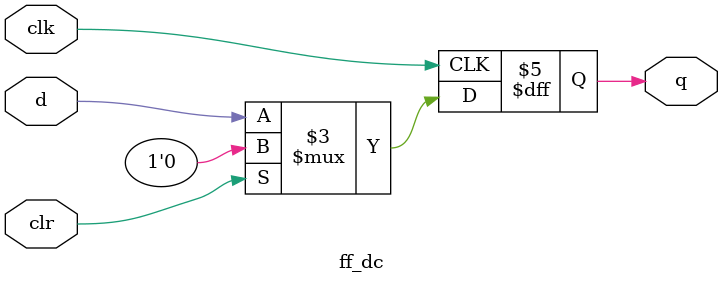
<source format=v>
`timescale 1ns / 1ps
module ff_dc(q, d, clk, clr);
	input clk, d, clr;
	output reg q;
	
	always @(posedge clk)
		if (clr) q <= 0;
		else q <= d;
endmodule

</source>
